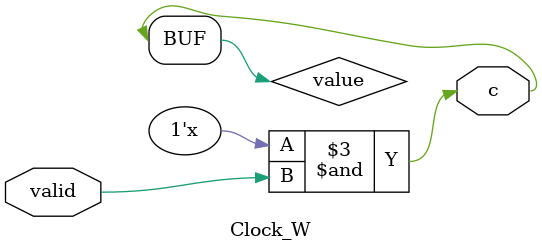
<source format=v>
module test();
    wire clk;
    wire clk_w;
    reg valid;
    Clock CLK(clk,valid);
    Clock_W CLK_W(clk_w,valid);
    initial begin
        $dumpfile("test.vcd");
        $dumpvars(0,clk,clk_w,valid);

        valid = 0;

#10     valid = 1;

#10     valid = 0;

#20     valid = 1;

#20     $finish();
    end

endmodule

module Clock(output c,input valid);
    reg value;
    assign c = value;

    initial
        value = 0;

    always
    #5 value = ~value & valid;
endmodule


module Clock_W(output c,input valid);
    reg value;
    assign c = value;

    initial
        value = 0;

    always
    value = #5 ~value & valid;
endmodule
</source>
